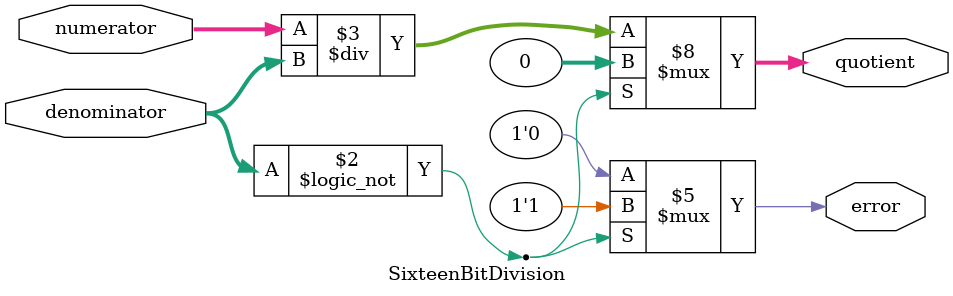
<source format=v>

module SixteenBitDivision(input [15:0] numerator, input [15:0] denominator, output reg [31:0] quotient, output reg error);

    always @(numerator, denominator) begin
        if (denominator == 0) begin
            quotient = 32'd0;
            error = 1'b1;
        end else begin
            quotient = numerator / denominator;
            error = 1'b0;
        end
    end

endmodule



/*
module testbench();

reg [3:0]inputA;
reg [3:0]inputB;
wire [3:0] quotient;
wire error;

FourBitDivision D40(inputB,inputA,quotient,error);

initial begin
	inputB=4'b1111;
	inputA=4'b0010;
	#60;
	$display("%d,%d,%d,%d",inputB,inputA,quotient,error);

	inputB=4'b1111;
	inputA=4'b0000;
	#60;
	$display("%d,%d,%d,%d",inputB,inputA,quotient,error);

end
endmodule
*/

</source>
